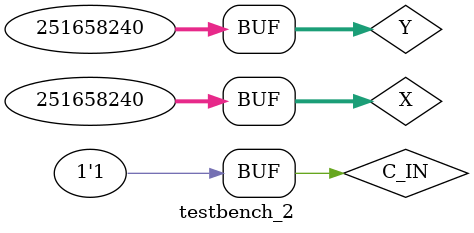
<source format=v>
`include "adder8bit.v"
module adder32(SUM,C_OUT,X,Y,C_IN);
    input [31:0] X,Y;
    input C_IN;
    output [31:0] SUM;
    output C_OUT;
    wire c1,c2,c3;
    adder8bit
        f1(SUM[7:0],c1,X[7:0],Y[7:0],C_IN),
        f2(SUM[15:8],c2,X[15:8],Y[15:8],c1),
        f3(SUM[23:16],c3,X[23:16],Y[23:16],c2),
        f4(SUM[31:24],C_OUT,X[31:24],Y[31:24],c3);
endmodule

module testbench_2;
    reg [31:0] X,Y;
    reg C_IN;
    wire [31:0] SUM;
    wire C_OUT;
    adder32 a(SUM,C_OUT,X,Y,C_IN);
    initial
        $monitor(,$time,"X=%32b,Y=%32b,C_IN=%b,SUM=%32b,C_OUT=%b",X,Y,C_IN,SUM,C_OUT);
    initial
        begin
            #0 X=32'b00000000000000000000000000000000;Y=32'b00000000000000000000000000000000;C_IN=1'b0;
            #4 X=32'b10101010000000000000000000000000;Y=32'b01010101000000000000000000000000;C_IN=1'b0;
            #4 X=32'b00001111000000000000000000000000;Y=32'b00001111000000000000000000000000;C_IN=1'b1;
        end
endmodule
</source>
